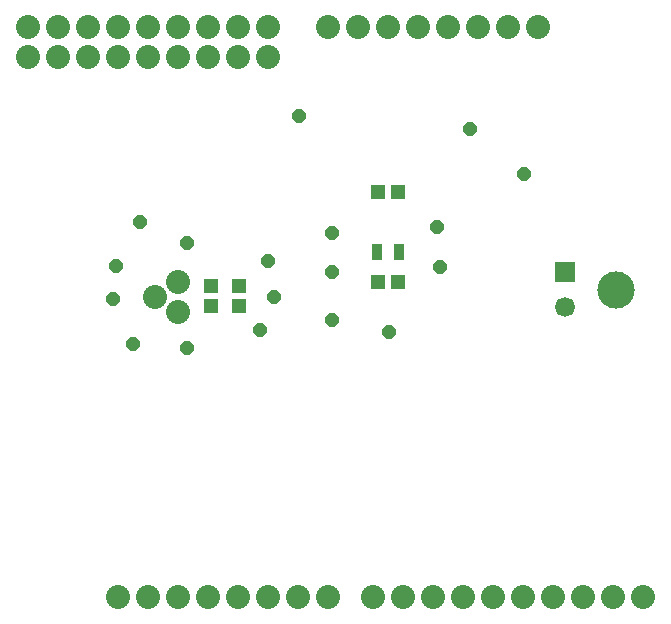
<source format=gts>
G75*
%MOIN*%
%OFA0B0*%
%FSLAX25Y25*%
%IPPOS*%
%LPD*%
%AMOC8*
5,1,8,0,0,1.08239X$1,22.5*
%
%ADD10R,0.03750X0.05324*%
%ADD11R,0.06624X0.06624*%
%ADD12C,0.06624*%
%ADD13C,0.12411*%
%ADD14R,0.04931X0.04537*%
%ADD15C,0.08000*%
%ADD16R,0.04537X0.04931*%
%ADD17OC8,0.04362*%
D10*
X0130257Y0130000D03*
X0137343Y0130000D03*
D11*
X0192792Y0123406D03*
D12*
X0192792Y0111594D03*
D13*
X0209800Y0117500D03*
D14*
X0137146Y0120000D03*
X0130454Y0120000D03*
X0130454Y0150000D03*
X0137146Y0150000D03*
D15*
X0043800Y0015000D03*
X0053800Y0015000D03*
X0063800Y0015000D03*
X0073800Y0015000D03*
X0083800Y0015000D03*
X0093800Y0015000D03*
X0103800Y0015000D03*
X0113800Y0015000D03*
X0128800Y0015000D03*
X0138800Y0015000D03*
X0148800Y0015000D03*
X0158800Y0015000D03*
X0168800Y0015000D03*
X0178800Y0015000D03*
X0188800Y0015000D03*
X0198800Y0015000D03*
X0208800Y0015000D03*
X0218800Y0015000D03*
X0063800Y0110000D03*
X0056300Y0115000D03*
X0063800Y0120000D03*
X0063800Y0195000D03*
X0063800Y0205000D03*
X0053800Y0205000D03*
X0053800Y0195000D03*
X0043800Y0195000D03*
X0043800Y0205000D03*
X0033800Y0205000D03*
X0033800Y0195000D03*
X0023800Y0195000D03*
X0023800Y0205000D03*
X0013800Y0205000D03*
X0013800Y0195000D03*
X0073800Y0195000D03*
X0073800Y0205000D03*
X0083800Y0205000D03*
X0083800Y0195000D03*
X0093800Y0195000D03*
X0093800Y0205000D03*
X0113800Y0205000D03*
X0123800Y0205000D03*
X0133800Y0205000D03*
X0143800Y0205000D03*
X0153800Y0205000D03*
X0163800Y0205000D03*
X0173800Y0205000D03*
X0183800Y0205000D03*
D16*
X0084300Y0118846D03*
X0084300Y0112154D03*
X0074800Y0112154D03*
X0074800Y0118846D03*
D17*
X0066800Y0133000D03*
X0051300Y0140000D03*
X0043300Y0125500D03*
X0042300Y0114500D03*
X0048800Y0099500D03*
X0066800Y0098000D03*
X0091300Y0104000D03*
X0095800Y0115000D03*
X0093800Y0127000D03*
X0115200Y0107350D03*
X0115300Y0123500D03*
X0115300Y0136500D03*
X0150300Y0138500D03*
X0151300Y0125000D03*
X0134300Y0103500D03*
X0179300Y0156000D03*
X0161300Y0171000D03*
X0104300Y0175500D03*
M02*

</source>
